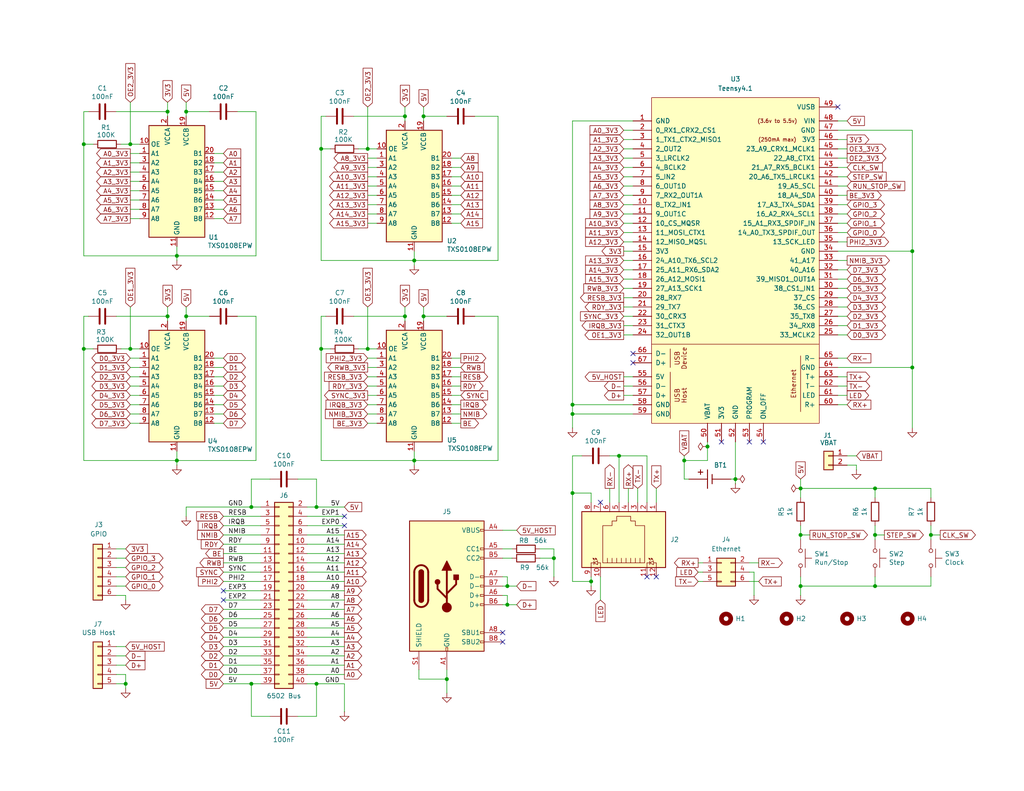
<source format=kicad_sch>
(kicad_sch (version 20231120) (generator "eeschema") (generator_version "8.0")
  (paper "USLetter")
  (title_block (title "6502 Dev Board") (date "2024-06-12") (rev "1.0") (company "A.C. Wright Design"))
  (junction (at 35.56 95.25))
  (junction (at 248.92 68.58))
  (junction (at 45.72 30.48))
  (junction (at 113.03 125.73))
  (junction (at 86.36 138.43))
  (junction (at 218.44 133.35))
  (junction (at 138.43 160.02))
  (junction (at 48.26 69.85))
  (junction (at 238.76 133.35))
  (junction (at 186.69 125.73))
  (junction (at 218.44 146.05))
  (junction (at 34.29 186.69))
  (junction (at 113.03 71.12))
  (junction (at 156.21 113.03))
  (junction (at 22.86 95.25))
  (junction (at 115.57 31.75))
  (junction (at 200.66 130.81))
  (junction (at 238.76 160.02))
  (junction (at 138.43 165.1))
  (junction (at 100.33 40.64))
  (junction (at 110.49 86.36))
  (junction (at 161.29 158.75))
  (junction (at 86.36 186.69))
  (junction (at 248.92 100.33))
  (junction (at 156.21 110.49))
  (junction (at 218.44 160.02))
  (junction (at 110.49 31.75))
  (junction (at 50.8 30.48))
  (junction (at 87.63 95.25))
  (junction (at 50.8 86.36))
  (junction (at 254 146.05))
  (junction (at 48.26 125.73))
  (junction (at 151.13 152.4))
  (junction (at 45.72 86.36))
  (junction (at 168.91 124.46))
  (junction (at 193.04 121.92))
  (junction (at 68.58 138.43))
  (junction (at 115.57 86.36))
  (junction (at 22.86 39.37))
  (junction (at 68.58 186.69))
  (junction (at 238.76 146.05))
  (junction (at 87.63 40.64))
  (junction (at 156.21 134.62))
  (junction (at 100.33 95.25))
  (junction (at 121.92 185.42))
  (junction (at 35.56 39.37))
  (no_connect (at 60.96 161.29))
  (no_connect (at 60.96 163.83))
  (no_connect (at 179.07 157.48))
  (no_connect (at 228.6 29.21))
  (no_connect (at 163.83 137.16))
  (no_connect (at 137.16 175.26))
  (no_connect (at 176.53 157.48))
  (no_connect (at 93.98 140.97))
  (no_connect (at 204.47 120.65))
  (no_connect (at 137.16 172.72))
  (no_connect (at 93.98 143.51))
  (no_connect (at 208.28 120.65))
  (no_connect (at 196.85 120.65))
  (no_connect (at 172.72 99.06))
  (no_connect (at 172.72 96.52))
  (wire (pts (xy 123.19 97.79) (xy 125.73 97.79)))
  (wire (pts (xy 58.42 57.15) (xy 60.96 57.15)))
  (wire (pts (xy 93.98 163.83) (xy 83.82 163.83)))
  (wire (pts (xy 176.53 137.16) (xy 176.53 124.46)))
  (wire (pts (xy 186.69 124.46) (xy 186.69 125.73)))
  (wire (pts (xy 69.85 86.36) (xy 69.85 125.73)))
  (wire (pts (xy 71.12 181.61) (xy 60.96 181.61)))
  (wire (pts (xy 93.98 173.99) (xy 83.82 173.99)))
  (wire (pts (xy 233.68 128.27) (xy 233.68 127)))
  (wire (pts (xy 35.56 95.25) (xy 38.1 95.25)))
  (wire (pts (xy 238.76 133.35) (xy 254 133.35)))
  (wire (pts (xy 87.63 86.36) (xy 87.63 95.25)))
  (wire (pts (xy 170.18 48.26) (xy 172.72 48.26)))
  (wire (pts (xy 228.6 81.28) (xy 231.14 81.28)))
  (wire (pts (xy 35.56 52.07) (xy 38.1 52.07)))
  (wire (pts (xy 93.98 179.07) (xy 83.82 179.07)))
  (wire (pts (xy 228.6 55.88) (xy 231.14 55.88)))
  (wire (pts (xy 31.75 157.48) (xy 34.29 157.48)))
  (wire (pts (xy 123.19 55.88) (xy 125.73 55.88)))
  (wire (pts (xy 35.56 49.53) (xy 38.1 49.53)))
  (wire (pts (xy 156.21 113.03) (xy 172.72 113.03)))
  (wire (pts (xy 34.29 162.56) (xy 34.29 163.83)))
  (wire (pts (xy 228.6 76.2) (xy 231.14 76.2)))
  (wire (pts (xy 22.86 95.25) (xy 25.4 95.25)))
  (wire (pts (xy 93.98 184.15) (xy 83.82 184.15)))
  (wire (pts (xy 137.16 149.86) (xy 139.7 149.86)))
  (wire (pts (xy 35.56 107.95) (xy 38.1 107.95)))
  (wire (pts (xy 88.9 86.36) (xy 87.63 86.36)))
  (wire (pts (xy 121.92 182.88) (xy 121.92 185.42)))
  (wire (pts (xy 100.33 58.42) (xy 102.87 58.42)))
  (wire (pts (xy 228.6 68.58) (xy 248.92 68.58)))
  (wire (pts (xy 113.03 125.73) (xy 113.03 123.19)))
  (wire (pts (xy 228.6 48.26) (xy 231.14 48.26)))
  (wire (pts (xy 170.18 68.58) (xy 172.72 68.58)))
  (wire (pts (xy 93.98 186.69) (xy 93.98 194.31)))
  (wire (pts (xy 100.33 40.64) (xy 102.87 40.64)))
  (wire (pts (xy 110.49 83.82) (xy 110.49 86.36)))
  (wire (pts (xy 58.42 100.33) (xy 60.96 100.33)))
  (wire (pts (xy 93.98 148.59) (xy 83.82 148.59)))
  (wire (pts (xy 58.42 107.95) (xy 60.96 107.95)))
  (wire (pts (xy 248.92 100.33) (xy 248.92 116.84)))
  (wire (pts (xy 58.42 52.07) (xy 60.96 52.07)))
  (wire (pts (xy 68.58 130.81) (xy 68.58 138.43)))
  (wire (pts (xy 31.75 86.36) (xy 45.72 86.36)))
  (wire (pts (xy 170.18 50.8) (xy 172.72 50.8)))
  (wire (pts (xy 138.43 162.56) (xy 138.43 165.1)))
  (wire (pts (xy 100.33 107.95) (xy 102.87 107.95)))
  (wire (pts (xy 123.19 50.8) (xy 125.73 50.8)))
  (wire (pts (xy 204.47 153.67) (xy 207.01 153.67)))
  (wire (pts (xy 193.04 120.65) (xy 193.04 121.92)))
  (wire (pts (xy 93.98 138.43) (xy 86.36 138.43)))
  (wire (pts (xy 170.18 58.42) (xy 172.72 58.42)))
  (wire (pts (xy 60.96 184.15) (xy 71.12 184.15)))
  (wire (pts (xy 50.8 27.94) (xy 50.8 30.48)))
  (wire (pts (xy 71.12 138.43) (xy 68.58 138.43)))
  (wire (pts (xy 58.42 49.53) (xy 60.96 49.53)))
  (wire (pts (xy 48.26 127) (xy 48.26 125.73)))
  (wire (pts (xy 45.72 30.48) (xy 45.72 31.75)))
  (wire (pts (xy 228.6 97.79) (xy 231.14 97.79)))
  (wire (pts (xy 121.92 86.36) (xy 115.57 86.36)))
  (wire (pts (xy 123.19 45.72) (xy 125.73 45.72)))
  (wire (pts (xy 114.3 182.88) (xy 114.3 185.42)))
  (wire (pts (xy 83.82 181.61) (xy 93.98 181.61)))
  (wire (pts (xy 193.04 125.73) (xy 186.69 125.73)))
  (wire (pts (xy 151.13 149.86) (xy 151.13 152.4)))
  (wire (pts (xy 73.66 130.81) (xy 68.58 130.81)))
  (wire (pts (xy 114.3 185.42) (xy 121.92 185.42)))
  (wire (pts (xy 50.8 86.36) (xy 57.15 86.36)))
  (wire (pts (xy 60.96 146.05) (xy 71.12 146.05)))
  (wire (pts (xy 190.5 158.75) (xy 191.77 158.75)))
  (wire (pts (xy 190.5 156.21) (xy 191.77 156.21)))
  (wire (pts (xy 71.12 171.45) (xy 60.96 171.45)))
  (wire (pts (xy 35.56 105.41) (xy 38.1 105.41)))
  (wire (pts (xy 228.6 63.5) (xy 231.14 63.5)))
  (wire (pts (xy 156.21 124.46) (xy 156.21 134.62)))
  (wire (pts (xy 87.63 71.12) (xy 113.03 71.12)))
  (wire (pts (xy 161.29 158.75) (xy 161.29 160.02)))
  (wire (pts (xy 69.85 30.48) (xy 69.85 69.85)))
  (wire (pts (xy 71.12 186.69) (xy 68.58 186.69)))
  (wire (pts (xy 135.89 86.36) (xy 135.89 125.73)))
  (wire (pts (xy 50.8 138.43) (xy 68.58 138.43)))
  (wire (pts (xy 83.82 156.21) (xy 93.98 156.21)))
  (wire (pts (xy 156.21 113.03) (xy 156.21 116.84)))
  (wire (pts (xy 97.79 40.64) (xy 100.33 40.64)))
  (wire (pts (xy 60.96 163.83) (xy 71.12 163.83)))
  (wire (pts (xy 129.54 86.36) (xy 135.89 86.36)))
  (wire (pts (xy 60.96 148.59) (xy 71.12 148.59)))
  (wire (pts (xy 170.18 91.44) (xy 172.72 91.44)))
  (wire (pts (xy 22.86 95.25) (xy 22.86 125.73)))
  (wire (pts (xy 228.6 83.82) (xy 231.14 83.82)))
  (wire (pts (xy 170.18 88.9) (xy 172.72 88.9)))
  (wire (pts (xy 31.75 30.48) (xy 45.72 30.48)))
  (wire (pts (xy 228.6 107.95) (xy 231.14 107.95)))
  (wire (pts (xy 48.26 125.73) (xy 48.26 123.19)))
  (wire (pts (xy 83.82 186.69) (xy 86.36 186.69)))
  (wire (pts (xy 100.33 55.88) (xy 102.87 55.88)))
  (wire (pts (xy 35.56 110.49) (xy 38.1 110.49)))
  (wire (pts (xy 45.72 83.82) (xy 45.72 86.36)))
  (wire (pts (xy 58.42 59.69) (xy 60.96 59.69)))
  (wire (pts (xy 100.33 29.21) (xy 100.33 40.64)))
  (wire (pts (xy 48.26 69.85) (xy 48.26 67.31)))
  (wire (pts (xy 100.33 48.26) (xy 102.87 48.26)))
  (wire (pts (xy 179.07 133.35) (xy 179.07 137.16)))
  (wire (pts (xy 228.6 50.8) (xy 231.14 50.8)))
  (wire (pts (xy 83.82 161.29) (xy 93.98 161.29)))
  (wire (pts (xy 228.6 43.18) (xy 231.14 43.18)))
  (wire (pts (xy 254 146.05) (xy 254 147.32)))
  (wire (pts (xy 218.44 146.05) (xy 218.44 147.32)))
  (wire (pts (xy 156.21 134.62) (xy 156.21 158.75)))
  (wire (pts (xy 86.36 186.69) (xy 93.98 186.69)))
  (wire (pts (xy 228.6 78.74) (xy 231.14 78.74)))
  (wire (pts (xy 35.56 27.94) (xy 35.56 39.37)))
  (wire (pts (xy 115.57 31.75) (xy 121.92 31.75)))
  (wire (pts (xy 87.63 40.64) (xy 87.63 71.12)))
  (wire (pts (xy 170.18 73.66) (xy 172.72 73.66)))
  (wire (pts (xy 228.6 58.42) (xy 231.14 58.42)))
  (wire (pts (xy 83.82 151.13) (xy 93.98 151.13)))
  (wire (pts (xy 170.18 63.5) (xy 172.72 63.5)))
  (wire (pts (xy 34.29 184.15) (xy 34.29 186.69)))
  (wire (pts (xy 71.12 176.53) (xy 60.96 176.53)))
  (wire (pts (xy 123.19 58.42) (xy 125.73 58.42)))
  (wire (pts (xy 231.14 124.46) (xy 233.68 124.46)))
  (wire (pts (xy 170.18 40.64) (xy 172.72 40.64)))
  (wire (pts (xy 254 146.05) (xy 256.54 146.05)))
  (wire (pts (xy 31.75 186.69) (xy 34.29 186.69)))
  (wire (pts (xy 218.44 130.81) (xy 218.44 133.35)))
  (wire (pts (xy 113.03 127) (xy 113.03 125.73)))
  (wire (pts (xy 248.92 68.58) (xy 248.92 100.33)))
  (wire (pts (xy 86.36 186.69) (xy 86.36 195.58)))
  (wire (pts (xy 135.89 71.12) (xy 113.03 71.12)))
  (wire (pts (xy 123.19 113.03) (xy 125.73 113.03)))
  (wire (pts (xy 218.44 160.02) (xy 238.76 160.02)))
  (wire (pts (xy 170.18 60.96) (xy 172.72 60.96)))
  (wire (pts (xy 31.75 162.56) (xy 34.29 162.56)))
  (wire (pts (xy 60.96 158.75) (xy 71.12 158.75)))
  (wire (pts (xy 22.86 39.37) (xy 22.86 69.85)))
  (wire (pts (xy 170.18 55.88) (xy 172.72 55.88)))
  (wire (pts (xy 228.6 100.33) (xy 248.92 100.33)))
  (wire (pts (xy 31.75 176.53) (xy 34.29 176.53)))
  (wire (pts (xy 163.83 157.48) (xy 163.83 163.83)))
  (wire (pts (xy 71.12 156.21) (xy 60.96 156.21)))
  (wire (pts (xy 58.42 110.49) (xy 60.96 110.49)))
  (wire (pts (xy 58.42 46.99) (xy 60.96 46.99)))
  (wire (pts (xy 218.44 157.48) (xy 218.44 160.02)))
  (wire (pts (xy 31.75 179.07) (xy 34.29 179.07)))
  (wire (pts (xy 22.86 30.48) (xy 22.86 39.37)))
  (wire (pts (xy 170.18 45.72) (xy 172.72 45.72)))
  (wire (pts (xy 86.36 138.43) (xy 83.82 138.43)))
  (wire (pts (xy 158.75 124.46) (xy 156.21 124.46)))
  (wire (pts (xy 100.33 100.33) (xy 102.87 100.33)))
  (wire (pts (xy 170.18 71.12) (xy 172.72 71.12)))
  (wire (pts (xy 113.03 72.39) (xy 113.03 71.12)))
  (wire (pts (xy 93.98 158.75) (xy 83.82 158.75)))
  (wire (pts (xy 228.6 110.49) (xy 231.14 110.49)))
  (wire (pts (xy 156.21 33.02) (xy 156.21 110.49)))
  (wire (pts (xy 69.85 125.73) (xy 48.26 125.73)))
  (wire (pts (xy 170.18 78.74) (xy 172.72 78.74)))
  (wire (pts (xy 238.76 143.51) (xy 238.76 146.05)))
  (wire (pts (xy 170.18 105.41) (xy 172.72 105.41)))
  (wire (pts (xy 218.44 133.35) (xy 238.76 133.35)))
  (wire (pts (xy 35.56 100.33) (xy 38.1 100.33)))
  (wire (pts (xy 22.86 86.36) (xy 22.86 95.25)))
  (wire (pts (xy 22.86 125.73) (xy 48.26 125.73)))
  (wire (pts (xy 83.82 171.45) (xy 93.98 171.45)))
  (wire (pts (xy 205.74 162.56) (xy 205.74 156.21)))
  (wire (pts (xy 100.33 97.79) (xy 102.87 97.79)))
  (wire (pts (xy 35.56 39.37) (xy 38.1 39.37)))
  (wire (pts (xy 137.16 160.02) (xy 138.43 160.02)))
  (wire (pts (xy 137.16 144.78) (xy 140.97 144.78)))
  (wire (pts (xy 168.91 124.46) (xy 168.91 137.16)))
  (wire (pts (xy 58.42 41.91) (xy 60.96 41.91)))
  (wire (pts (xy 170.18 76.2) (xy 172.72 76.2)))
  (wire (pts (xy 93.98 168.91) (xy 83.82 168.91)))
  (wire (pts (xy 83.82 140.97) (xy 93.98 140.97)))
  (wire (pts (xy 100.33 113.03) (xy 102.87 113.03)))
  (wire (pts (xy 200.66 120.65) (xy 200.66 130.81)))
  (wire (pts (xy 24.13 30.48) (xy 22.86 30.48)))
  (wire (pts (xy 87.63 31.75) (xy 88.9 31.75)))
  (wire (pts (xy 50.8 30.48) (xy 57.15 30.48)))
  (wire (pts (xy 50.8 30.48) (xy 50.8 31.75)))
  (wire (pts (xy 45.72 27.94) (xy 45.72 30.48)))
  (wire (pts (xy 218.44 160.02) (xy 218.44 162.56)))
  (wire (pts (xy 69.85 69.85) (xy 48.26 69.85)))
  (wire (pts (xy 35.56 115.57) (xy 38.1 115.57)))
  (wire (pts (xy 58.42 97.79) (xy 60.96 97.79)))
  (wire (pts (xy 166.37 133.35) (xy 166.37 137.16)))
  (wire (pts (xy 200.66 132.08) (xy 200.66 130.81)))
  (wire (pts (xy 205.74 156.21) (xy 204.47 156.21)))
  (wire (pts (xy 87.63 125.73) (xy 113.03 125.73)))
  (wire (pts (xy 60.96 168.91) (xy 71.12 168.91)))
  (wire (pts (xy 83.82 166.37) (xy 93.98 166.37)))
  (wire (pts (xy 172.72 33.02) (xy 156.21 33.02)))
  (wire (pts (xy 137.16 165.1) (xy 138.43 165.1)))
  (wire (pts (xy 147.32 152.4) (xy 151.13 152.4)))
  (wire (pts (xy 31.75 154.94) (xy 34.29 154.94)))
  (wire (pts (xy 228.6 91.44) (xy 231.14 91.44)))
  (wire (pts (xy 110.49 86.36) (xy 110.49 87.63)))
  (wire (pts (xy 110.49 31.75) (xy 110.49 33.02)))
  (wire (pts (xy 81.28 130.81) (xy 86.36 130.81)))
  (wire (pts (xy 254 160.02) (xy 254 157.48)))
  (wire (pts (xy 93.98 153.67) (xy 83.82 153.67)))
  (wire (pts (xy 100.33 95.25) (xy 102.87 95.25)))
  (wire (pts (xy 137.16 152.4) (xy 139.7 152.4)))
  (wire (pts (xy 100.33 53.34) (xy 102.87 53.34)))
  (wire (pts (xy 123.19 53.34) (xy 125.73 53.34)))
  (wire (pts (xy 238.76 157.48) (xy 238.76 160.02)))
  (wire (pts (xy 35.56 102.87) (xy 38.1 102.87)))
  (wire (pts (xy 228.6 71.12) (xy 231.14 71.12)))
  (wire (pts (xy 176.53 124.46) (xy 168.91 124.46)))
  (wire (pts (xy 115.57 29.21) (xy 115.57 31.75)))
  (wire (pts (xy 156.21 158.75) (xy 161.29 158.75)))
  (wire (pts (xy 35.56 44.45) (xy 38.1 44.45)))
  (wire (pts (xy 161.29 157.48) (xy 161.29 158.75)))
  (wire (pts (xy 238.76 160.02) (xy 254 160.02)))
  (wire (pts (xy 31.75 152.4) (xy 34.29 152.4)))
  (wire (pts (xy 218.44 133.35) (xy 218.44 135.89)))
  (wire (pts (xy 31.75 160.02) (xy 34.29 160.02)))
  (wire (pts (xy 137.16 162.56) (xy 138.43 162.56)))
  (wire (pts (xy 123.19 102.87) (xy 125.73 102.87)))
  (wire (pts (xy 68.58 186.69) (xy 68.58 195.58)))
  (wire (pts (xy 71.12 151.13) (xy 60.96 151.13)))
  (wire (pts (xy 228.6 40.64) (xy 231.14 40.64)))
  (wire (pts (xy 97.79 95.25) (xy 100.33 95.25)))
  (wire (pts (xy 50.8 83.82) (xy 50.8 86.36)))
  (wire (pts (xy 228.6 73.66) (xy 231.14 73.66)))
  (wire (pts (xy 35.56 113.03) (xy 38.1 113.03)))
  (wire (pts (xy 228.6 35.56) (xy 248.92 35.56)))
  (wire (pts (xy 228.6 60.96) (xy 231.14 60.96)))
  (wire (pts (xy 170.18 107.95) (xy 172.72 107.95)))
  (wire (pts (xy 173.99 133.35) (xy 173.99 137.16)))
  (wire (pts (xy 228.6 86.36) (xy 231.14 86.36)))
  (wire (pts (xy 100.33 50.8) (xy 102.87 50.8)))
  (wire (pts (xy 35.56 54.61) (xy 38.1 54.61)))
  (wire (pts (xy 96.52 86.36) (xy 110.49 86.36)))
  (wire (pts (xy 186.69 130.81) (xy 187.96 130.81)))
  (wire (pts (xy 170.18 86.36) (xy 172.72 86.36)))
  (wire (pts (xy 170.18 43.18) (xy 172.72 43.18)))
  (wire (pts (xy 138.43 160.02) (xy 140.97 160.02)))
  (wire (pts (xy 22.86 69.85) (xy 48.26 69.85)))
  (wire (pts (xy 35.56 41.91) (xy 38.1 41.91)))
  (wire (pts (xy 170.18 53.34) (xy 172.72 53.34)))
  (wire (pts (xy 33.02 39.37) (xy 35.56 39.37)))
  (wire (pts (xy 58.42 105.41) (xy 60.96 105.41)))
  (wire (pts (xy 123.19 43.18) (xy 125.73 43.18)))
  (wire (pts (xy 31.75 181.61) (xy 34.29 181.61)))
  (wire (pts (xy 60.96 140.97) (xy 71.12 140.97)))
  (wire (pts (xy 58.42 44.45) (xy 60.96 44.45)))
  (wire (pts (xy 33.02 95.25) (xy 35.56 95.25)))
  (wire (pts (xy 83.82 146.05) (xy 93.98 146.05)))
  (wire (pts (xy 100.33 60.96) (xy 102.87 60.96)))
  (wire (pts (xy 60.96 153.67) (xy 71.12 153.67)))
  (wire (pts (xy 60.96 186.69) (xy 68.58 186.69)))
  (wire (pts (xy 83.82 176.53) (xy 93.98 176.53)))
  (wire (pts (xy 138.43 165.1) (xy 140.97 165.1)))
  (wire (pts (xy 58.42 102.87) (xy 60.96 102.87)))
  (wire (pts (xy 93.98 143.51) (xy 83.82 143.51)))
  (wire (pts (xy 71.12 166.37) (xy 60.96 166.37)))
  (wire (pts (xy 156.21 110.49) (xy 172.72 110.49)))
  (wire (pts (xy 135.89 31.75) (xy 135.89 71.12)))
  (wire (pts (xy 228.6 66.04) (xy 231.14 66.04)))
  (wire (pts (xy 170.18 102.87) (xy 172.72 102.87)))
  (wire (pts (xy 161.29 134.62) (xy 156.21 134.62)))
  (wire (pts (xy 238.76 146.05) (xy 238.76 147.32)))
  (wire (pts (xy 123.19 107.95) (xy 125.73 107.95)))
  (wire (pts (xy 100.33 102.87) (xy 102.87 102.87)))
  (wire (pts (xy 161.29 137.16) (xy 161.29 134.62)))
  (wire (pts (xy 35.56 46.99) (xy 38.1 46.99)))
  (wire (pts (xy 231.14 127) (xy 233.68 127)))
  (wire (pts (xy 115.57 31.75) (xy 115.57 33.02)))
  (wire (pts (xy 60.96 143.51) (xy 71.12 143.51)))
  (wire (pts (xy 123.19 105.41) (xy 125.73 105.41)))
  (wire (pts (xy 35.56 57.15) (xy 38.1 57.15)))
  (wire (pts (xy 68.58 195.58) (xy 73.66 195.58)))
  (wire (pts (xy 100.33 43.18) (xy 102.87 43.18)))
  (wire (pts (xy 254 143.51) (xy 254 146.05)))
  (wire (pts (xy 31.75 184.15) (xy 34.29 184.15)))
  (wire (pts (xy 115.57 86.36) (xy 115.57 87.63)))
  (wire (pts (xy 170.18 81.28) (xy 172.72 81.28)))
  (wire (pts (xy 60.96 179.07) (xy 71.12 179.07)))
  (wire (pts (xy 71.12 161.29) (xy 60.96 161.29)))
  (wire (pts (xy 87.63 95.25) (xy 90.17 95.25)))
  (wire (pts (xy 100.33 110.49) (xy 102.87 110.49)))
  (wire (pts (xy 238.76 133.35) (xy 238.76 135.89)))
  (wire (pts (xy 100.33 105.41) (xy 102.87 105.41)))
  (wire (pts (xy 135.89 125.73) (xy 113.03 125.73)))
  (wire (pts (xy 170.18 83.82) (xy 172.72 83.82)))
  (wire (pts (xy 45.72 86.36) (xy 45.72 87.63)))
  (wire (pts (xy 110.49 29.21) (xy 110.49 31.75)))
  (wire (pts (xy 100.33 83.82) (xy 100.33 95.25)))
  (wire (pts (xy 193.04 121.92) (xy 193.04 125.73)))
  (wire (pts (xy 87.63 31.75) (xy 87.63 40.64)))
  (wire (pts (xy 123.19 100.33) (xy 125.73 100.33)))
  (wire (pts (xy 35.56 83.82) (xy 35.56 95.25)))
  (wire (pts (xy 50.8 140.97) (xy 50.8 138.43)))
  (wire (pts (xy 86.36 195.58) (xy 81.28 195.58)))
  (wire (pts (xy 190.5 153.67) (xy 191.77 153.67)))
  (wire (pts (xy 218.44 146.05) (xy 220.98 146.05)))
  (wire (pts (xy 121.92 185.42) (xy 121.92 189.23)))
  (wire (pts (xy 228.6 33.02) (xy 231.14 33.02)))
  (wire (pts (xy 87.63 95.25) (xy 87.63 125.73)))
  (wire (pts (xy 166.37 124.46) (xy 168.91 124.46)))
  (wire (pts (xy 123.19 115.57) (xy 125.73 115.57)))
  (wire (pts (xy 129.54 31.75) (xy 135.89 31.75)))
  (wire (pts (xy 147.32 149.86) (xy 151.13 149.86)))
  (wire (pts (xy 228.6 53.34) (xy 231.14 53.34)))
  (wire (pts (xy 238.76 146.05) (xy 241.3 146.05)))
  (wire (pts (xy 48.26 71.12) (xy 48.26 69.85)))
  (wire (pts (xy 199.39 130.81) (xy 200.66 130.81)))
  (wire (pts (xy 171.45 133.35) (xy 171.45 137.16)))
  (wire (pts (xy 58.42 113.03) (xy 60.96 113.03)))
  (wire (pts (xy 34.29 186.69) (xy 34.29 187.96)))
  (wire (pts (xy 228.6 88.9) (xy 231.14 88.9)))
  (wire (pts (xy 115.57 83.82) (xy 115.57 86.36)))
  (wire (pts (xy 186.69 125.73) (xy 186.69 130.81)))
  (wire (pts (xy 100.33 45.72) (xy 102.87 45.72)))
  (wire (pts (xy 138.43 157.48) (xy 138.43 160.02)))
  (wire (pts (xy 204.47 158.75) (xy 207.01 158.75)))
  (wire (pts (xy 123.19 110.49) (xy 125.73 110.49)))
  (wire (pts (xy 87.63 40.64) (xy 90.17 40.64)))
  (wire (pts (xy 113.03 71.12) (xy 113.03 68.58)))
  (wire (pts (xy 100.33 115.57) (xy 102.87 115.57)))
  (wire (pts (xy 60.96 173.99) (xy 71.12 173.99)))
  (wire (pts (xy 123.19 60.96) (xy 125.73 60.96)))
  (wire (pts (xy 254 133.35) (xy 254 135.89)))
  (wire (pts (xy 58.42 115.57) (xy 60.96 115.57)))
  (wire (pts (xy 228.6 102.87) (xy 231.14 102.87)))
  (wire (pts (xy 50.8 86.36) (xy 50.8 87.63)))
  (wire (pts (xy 151.13 152.4) (xy 151.13 157.48)))
  (wire (pts (xy 35.56 59.69) (xy 38.1 59.69)))
  (wire (pts (xy 22.86 39.37) (xy 25.4 39.37)))
  (wire (pts (xy 96.52 31.75) (xy 110.49 31.75)))
  (wire (pts (xy 64.77 86.36) (xy 69.85 86.36)))
  (wire (pts (xy 35.56 97.79) (xy 38.1 97.79)))
  (wire (pts (xy 64.77 30.48) (xy 69.85 30.48)))
  (wire (pts (xy 170.18 38.1) (xy 172.72 38.1)))
  (wire (pts (xy 170.18 66.04) (xy 172.72 66.04)))
  (wire (pts (xy 86.36 130.81) (xy 86.36 138.43)))
  (wire (pts (xy 228.6 105.41) (xy 231.14 105.41)))
  (wire (pts (xy 123.19 48.26) (xy 125.73 48.26)))
  (wire (pts (xy 228.6 38.1) (xy 231.14 38.1)))
  (wire (pts (xy 24.13 86.36) (xy 22.86 86.36)))
  (wire (pts (xy 31.75 149.86) (xy 34.29 149.86)))
  (wire (pts (xy 137.16 157.48) (xy 138.43 157.48)))
  (wire (pts (xy 156.21 110.49) (xy 156.21 113.03)))
  (wire (pts (xy 58.42 54.61) (xy 60.96 54.61)))
  (wire (pts (xy 170.18 35.56) (xy 172.72 35.56)))
  (wire (pts (xy 218.44 143.51) (xy 218.44 146.05)))
  (wire (pts (xy 248.92 35.56) (xy 248.92 68.58)))
  (wire (pts (xy 228.6 45.72) (xy 231.14 45.72)))
  (label "D2" (at 62.23 179.07 0))
  (label "D6" (at 62.23 168.91 0))
  (label "EXP2" (at 62.23 163.83 0))
  (label "A0" (at 92.71 184.15 180))
  (label "NMIB" (at 62.23 146.05 0))
  (label "5V" (at 62.23 186.69 0))
  (label "A7" (at 92.71 166.37 180))
  (label "D1" (at 62.23 181.61 0))
  (label "D4" (at 62.23 173.99 0))
  (label "IRQB" (at 62.23 143.51 0))
  (label "A10" (at 92.71 158.75 180))
  (label "A8" (at 92.71 163.83 180))
  (label "A15" (at 92.71 146.05 180))
  (label "A13" (at 92.71 151.13 180))
  (label "RDY" (at 62.23 148.59 0))
  (label "D5" (at 62.23 171.45 0))
  (label "A2" (at 92.71 179.07 180))
  (label "5V" (at 92.71 138.43 180))
  (label "A12" (at 92.71 153.67 180))
  (label "A14" (at 92.71 148.59 180))
  (label "A3" (at 92.71 176.53 180))
  (label "GND" (at 62.23 138.43 0))
  (label "A1" (at 92.71 181.61 180))
  (label "A4" (at 92.71 173.99 180))
  (label "PHI2" (at 62.23 158.75 0))
  (label "RWB" (at 62.23 153.67 0))
  (label "D7" (at 62.23 166.37 0))
  (label "D0" (at 62.23 184.15 0))
  (label "D3" (at 62.23 176.53 0))
  (label "EXP1" (at 92.71 140.97 180))
  (label "EXP0" (at 92.71 143.51 180))
  (label "EXP3" (at 62.23 161.29 0))
  (label "GND" (at 92.71 186.69 180))
  (label "SYNC" (at 62.23 156.21 0))
  (label "A5" (at 92.71 171.45 180))
  (label "BE" (at 62.23 151.13 0))
  (label "A9" (at 92.71 161.29 180))
  (label "A6" (at 92.71 168.91 180))
  (label "A11" (at 92.71 156.21 180))
  (label "RESB" (at 62.23 140.97 0))
  (global_label "A11" (shape output) (at 93.98 156.21 0) (property "Intersheetrefs" "${INTERSHEET_REFS}" (effects (hide yes))))
  (global_label "RESB_3V3" (shape output) (at 170.18 81.28 180) (property "Intersheetrefs" "${INTERSHEET_REFS}" (effects (hide yes))))
  (global_label "D+" (shape output) (at 170.18 107.95 180) (property "Intersheetrefs" "${INTERSHEET_REFS}" (effects (hide yes))))
  (global_label "TX-" (shape input) (at 190.5 158.75 180) (property "Intersheetrefs" "${INTERSHEET_REFS}" (effects (hide yes))))
  (global_label "CLK_SW" (shape input) (at 231.14 45.72 0) (property "Intersheetrefs" "${INTERSHEET_REFS}" (effects (hide yes))))
  (global_label "IRQB" (shape output) (at 125.73 110.49 0) (property "Intersheetrefs" "${INTERSHEET_REFS}" (effects (hide yes))))
  (global_label "D2_3V3" (shape bidirectional) (at 231.14 86.36 0) (property "Intersheetrefs" "${INTERSHEET_REFS}" (effects (hide yes))))
  (global_label "A6_3V3" (shape output) (at 35.56 57.15 180) (property "Intersheetrefs" "${INTERSHEET_REFS}" (effects (hide yes))))
  (global_label "A14_3V3" (shape input) (at 170.18 73.66 180) (property "Intersheetrefs" "${INTERSHEET_REFS}" (effects (hide yes))))
  (global_label "A3" (shape input) (at 60.96 49.53 0) (property "Intersheetrefs" "${INTERSHEET_REFS}" (effects (hide yes))))
  (global_label "D2_3V3" (shape bidirectional) (at 35.56 102.87 180) (property "Intersheetrefs" "${INTERSHEET_REFS}" (effects (hide yes))))
  (global_label "NMIB" (shape output) (at 125.73 113.03 0) (property "Intersheetrefs" "${INTERSHEET_REFS}" (effects (hide yes))))
  (global_label "5V" (shape input) (at 60.96 186.69 180) (property "Intersheetrefs" "${INTERSHEET_REFS}" (effects (hide yes))))
  (global_label "GPIO_3" (shape bidirectional) (at 34.29 152.4 0) (property "Intersheetrefs" "${INTERSHEET_REFS}" (effects (hide yes))))
  (global_label "D1_3V3" (shape bidirectional) (at 35.56 100.33 180) (property "Intersheetrefs" "${INTERSHEET_REFS}" (effects (hide yes))))
  (global_label "BE" (shape output) (at 60.96 151.13 180) (property "Intersheetrefs" "${INTERSHEET_REFS}" (effects (hide yes))))
  (global_label "A12_3V3" (shape input) (at 170.18 66.04 180) (property "Intersheetrefs" "${INTERSHEET_REFS}" (effects (hide yes))))
  (global_label "D1_3V3" (shape bidirectional) (at 231.14 88.9 0) (property "Intersheetrefs" "${INTERSHEET_REFS}" (effects (hide yes))))
  (global_label "D6_3V3" (shape bidirectional) (at 35.56 113.03 180) (property "Intersheetrefs" "${INTERSHEET_REFS}" (effects (hide yes))))
  (global_label "A14_3V3" (shape output) (at 100.33 58.42 180) (property "Intersheetrefs" "${INTERSHEET_REFS}" (effects (hide yes))))
  (global_label "RX+" (shape output) (at 171.45 133.35 90) (property "Intersheetrefs" "${INTERSHEET_REFS}" (effects (hide yes))))
  (global_label "A4_3V3" (shape output) (at 35.56 52.07 180) (property "Intersheetrefs" "${INTERSHEET_REFS}" (effects (hide yes))))
  (global_label "TX+" (shape input) (at 179.07 133.35 90) (property "Intersheetrefs" "${INTERSHEET_REFS}" (effects (hide yes))))
  (global_label "A11" (shape input) (at 125.73 50.8 0) (property "Intersheetrefs" "${INTERSHEET_REFS}" (effects (hide yes))))
  (global_label "A15_3V3" (shape input) (at 170.18 76.2 180) (property "Intersheetrefs" "${INTERSHEET_REFS}" (effects (hide yes))))
  (global_label "A6_3V3" (shape input) (at 170.18 50.8 180) (property "Intersheetrefs" "${INTERSHEET_REFS}" (effects (hide yes))))
  (global_label "D-" (shape input) (at 34.29 179.07 0) (property "Intersheetrefs" "${INTERSHEET_REFS}" (effects (hide yes))))
  (global_label "D6_3V3" (shape bidirectional) (at 231.14 76.2 0) (property "Intersheetrefs" "${INTERSHEET_REFS}" (effects (hide yes))))
  (global_label "D5_3V3" (shape bidirectional) (at 35.56 110.49 180) (property "Intersheetrefs" "${INTERSHEET_REFS}" (effects (hide yes))))
  (global_label "A8" (shape output) (at 93.98 163.83 0) (property "Intersheetrefs" "${INTERSHEET_REFS}" (effects (hide yes))))
  (global_label "A2_3V3" (shape input) (at 170.18 40.64 180) (property "Intersheetrefs" "${INTERSHEET_REFS}" (effects (hide yes))))
  (global_label "SYNC" (shape input) (at 125.73 107.95 0) (property "Intersheetrefs" "${INTERSHEET_REFS}" (effects (hide yes))))
  (global_label "A9" (shape input) (at 125.73 45.72 0) (property "Intersheetrefs" "${INTERSHEET_REFS}" (effects (hide yes))))
  (global_label "GPIO_2" (shape bidirectional) (at 231.14 58.42 0) (property "Intersheetrefs" "${INTERSHEET_REFS}" (effects (hide yes))))
  (global_label "D3_3V3" (shape bidirectional) (at 35.56 105.41 180) (property "Intersheetrefs" "${INTERSHEET_REFS}" (effects (hide yes))))
  (global_label "SYNC" (shape input) (at 60.96 156.21 180) (property "Intersheetrefs" "${INTERSHEET_REFS}" (effects (hide yes))))
  (global_label "D4_3V3" (shape bidirectional) (at 35.56 107.95 180) (property "Intersheetrefs" "${INTERSHEET_REFS}" (effects (hide yes))))
  (global_label "A4" (shape input) (at 60.96 52.07 0) (property "Intersheetrefs" "${INTERSHEET_REFS}" (effects (hide yes))))
  (global_label "TX-" (shape output) (at 231.14 105.41 0) (property "Intersheetrefs" "${INTERSHEET_REFS}" (effects (hide yes))))
  (global_label "D0_3V3" (shape bidirectional) (at 231.14 91.44 0) (property "Intersheetrefs" "${INTERSHEET_REFS}" (effects (hide yes))))
  (global_label "D-" (shape input) (at 140.97 160.02 0) (property "Intersheetrefs" "${INTERSHEET_REFS}" (effects (hide yes))))
  (global_label "D1" (shape bidirectional) (at 60.96 181.61 180) (property "Intersheetrefs" "${INTERSHEET_REFS}" (effects (hide yes))))
  (global_label "NMIB" (shape input) (at 60.96 146.05 180) (property "Intersheetrefs" "${INTERSHEET_REFS}" (effects (hide yes))))
  (global_label "D3" (shape bidirectional) (at 60.96 105.41 0) (property "Intersheetrefs" "${INTERSHEET_REFS}" (effects (hide yes))))
  (global_label "LED" (shape input) (at 190.5 156.21 180) (property "Intersheetrefs" "${INTERSHEET_REFS}" (effects (hide yes))))
  (global_label "A3_3V3" (shape input) (at 170.18 43.18 180) (property "Intersheetrefs" "${INTERSHEET_REFS}" (effects (hide yes))))
  (global_label "3V3" (shape input) (at 34.29 149.86 0) (property "Intersheetrefs" "${INTERSHEET_REFS}" (effects (hide yes))))
  (global_label "PHI2" (shape output) (at 125.73 97.79 0) (property "Intersheetrefs" "${INTERSHEET_REFS}" (effects (hide yes))))
  (global_label "RX-" (shape output) (at 166.37 133.35 90) (property "Intersheetrefs" "${INTERSHEET_REFS}" (effects (hide yes))))
  (global_label "RWB_3V3" (shape input) (at 170.18 78.74 180) (property "Intersheetrefs" "${INTERSHEET_REFS}" (effects (hide yes))))
  (global_label "A2" (shape input) (at 60.96 46.99 0) (property "Intersheetrefs" "${INTERSHEET_REFS}" (effects (hide yes))))
  (global_label "D7" (shape bidirectional) (at 60.96 115.57 0) (property "Intersheetrefs" "${INTERSHEET_REFS}" (effects (hide yes))))
  (global_label "A12" (shape input) (at 125.73 53.34 0) (property "Intersheetrefs" "${INTERSHEET_REFS}" (effects (hide yes))))
  (global_label "5V" (shape input) (at 231.14 33.02 0) (property "Intersheetrefs" "${INTERSHEET_REFS}" (effects (hide yes))))
  (global_label "IRQB_3V3" (shape output) (at 170.18 88.9 180) (property "Intersheetrefs" "${INTERSHEET_REFS}" (effects (hide yes))))
  (global_label "D+" (shape input) (at 34.29 181.61 0) (property "Intersheetrefs" "${INTERSHEET_REFS}" (effects (hide yes))))
  (global_label "RX+" (shape output) (at 190.5 153.67 180) (property "Intersheetrefs" "${INTERSHEET_REFS}" (effects (hide yes))))
  (global_label "A8_3V3" (shape output) (at 100.33 43.18 180) (property "Intersheetrefs" "${INTERSHEET_REFS}" (effects (hide yes))))
  (global_label "GPIO_0" (shape bidirectional) (at 34.29 160.02 0) (property "Intersheetrefs" "${INTERSHEET_REFS}" (effects (hide yes))))
  (global_label "RWB" (shape output) (at 60.96 153.67 180) (property "Intersheetrefs" "${INTERSHEET_REFS}" (effects (hide yes))))
  (global_label "A6" (shape input) (at 60.96 57.15 0) (property "Intersheetrefs" "${INTERSHEET_REFS}" (effects (hide yes))))
  (global_label "PHI2_3V3" (shape input) (at 100.33 97.79 180) (property "Intersheetrefs" "${INTERSHEET_REFS}" (effects (hide yes))))
  (global_label "RDY" (shape input) (at 60.96 148.59 180) (property "Intersheetrefs" "${INTERSHEET_REFS}" (effects (hide yes))))
  (global_label "CLK_SW" (shape output) (at 256.54 146.05 0) (property "Intersheetrefs" "${INTERSHEET_REFS}" (effects (hide yes))))
  (global_label "A15" (shape output) (at 93.98 146.05 0) (property "Intersheetrefs" "${INTERSHEET_REFS}" (effects (hide yes))))
  (global_label "TX-" (shape input) (at 173.99 133.35 90) (property "Intersheetrefs" "${INTERSHEET_REFS}" (effects (hide yes))))
  (global_label "PHI2" (shape input) (at 60.96 158.75 180) (property "Intersheetrefs" "${INTERSHEET_REFS}" (effects (hide yes))))
  (global_label "A10" (shape input) (at 125.73 48.26 0) (property "Intersheetrefs" "${INTERSHEET_REFS}" (effects (hide yes))))
  (global_label "STEP_SW" (shape output) (at 241.3 146.05 0) (property "Intersheetrefs" "${INTERSHEET_REFS}" (effects (hide yes))))
  (global_label "A9_3V3" (shape input) (at 170.18 58.42 180) (property "Intersheetrefs" "${INTERSHEET_REFS}" (effects (hide yes))))
  (global_label "RUN_STOP_SW" (shape output) (at 220.98 146.05 0) (property "Intersheetrefs" "${INTERSHEET_REFS}" (effects (hide yes))))
  (global_label "RDY_3V3" (shape input) (at 100.33 105.41 180) (property "Intersheetrefs" "${INTERSHEET_REFS}" (effects (hide yes))))
  (global_label "NMIB_3V3" (shape output) (at 231.14 71.12 0) (property "Intersheetrefs" "${INTERSHEET_REFS}" (effects (hide yes))))
  (global_label "5V" (shape input) (at 115.57 83.82 90) (property "Intersheetrefs" "${INTERSHEET_REFS}" (effects (hide yes))))
  (global_label "OE3_3V3" (shape output) (at 231.14 40.64 0) (property "Intersheetrefs" "${INTERSHEET_REFS}" (effects (hide yes))))
  (global_label "A5" (shape output) (at 93.98 171.45 0) (property "Intersheetrefs" "${INTERSHEET_REFS}" (effects (hide yes))))
  (global_label "A7_3V3" (shape output) (at 35.56 59.69 180) (property "Intersheetrefs" "${INTERSHEET_REFS}" (effects (hide yes))))
  (global_label "TX+" (shape output) (at 231.14 102.87 0) (property "Intersheetrefs" "${INTERSHEET_REFS}" (effects (hide yes))))
  (global_label "LED" (shape input) (at 163.83 163.83 270) (property "Intersheetrefs" "${INTERSHEET_REFS}" (effects (hide yes))))
  (global_label "A7" (shape input) (at 60.96 59.69 0) (property "Intersheetrefs" "${INTERSHEET_REFS}" (effects (hide yes))))
  (global_label "A15_3V3" (shape output) (at 100.33 60.96 180) (property "Intersheetrefs" "${INTERSHEET_REFS}" (effects (hide yes))))
  (global_label "GPIO_1" (shape bidirectional) (at 231.14 60.96 0) (property "Intersheetrefs" "${INTERSHEET_REFS}" (effects (hide yes))))
  (global_label "D-" (shape output) (at 170.18 105.41 180) (property "Intersheetrefs" "${INTERSHEET_REFS}" (effects (hide yes))))
  (global_label "STEP_SW" (shape input) (at 231.14 48.26 0) (property "Intersheetrefs" "${INTERSHEET_REFS}" (effects (hide yes))))
  (global_label "RESB" (shape input) (at 60.96 140.97 180) (property "Intersheetrefs" "${INTERSHEET_REFS}" (effects (hide yes))))
  (global_label "OE2_3V3" (shape output) (at 231.14 43.18 0) (property "Intersheetrefs" "${INTERSHEET_REFS}" (effects (hide yes))))
  (global_label "NMIB_3V3" (shape input) (at 100.33 113.03 180) (property "Intersheetrefs" "${INTERSHEET_REFS}" (effects (hide yes))))
  (global_label "D3_3V3" (shape bidirectional) (at 231.14 83.82 0) (property "Intersheetrefs" "${INTERSHEET_REFS}" (effects (hide yes))))
  (global_label "D1" (shape bidirectional) (at 60.96 100.33 0) (property "Intersheetrefs" "${INTERSHEET_REFS}" (effects (hide yes))))
  (global_label "A1_3V3" (shape input) (at 170.18 38.1 180) (property "Intersheetrefs" "${INTERSHEET_REFS}" (effects (hide yes))))
  (global_label "D5" (shape bidirectional) (at 60.96 171.45 180) (property "Intersheetrefs" "${INTERSHEET_REFS}" (effects (hide yes))))
  (global_label "RESB_3V3" (shape input) (at 100.33 102.87 180) (property "Intersheetrefs" "${INTERSHEET_REFS}" (effects (hide yes))))
  (global_label "D5" (shape bidirectional) (at 60.96 110.49 0) (property "Intersheetrefs" "${INTERSHEET_REFS}" (effects (hide yes))))
  (global_label "GPIO_3" (shape bidirectional) (at 231.14 55.88 0) (property "Intersheetrefs" "${INTERSHEET_REFS}" (effects (hide yes))))
  (global_label "RESB" (shape output) (at 125.73 102.87 0) (property "Intersheetrefs" "${INTERSHEET_REFS}" (effects (hide yes))))
  (global_label "A0" (shape output) (at 93.98 184.15 0) (property "Intersheetrefs" "${INTERSHEET_REFS}" (effects (hide yes))))
  (global_label "3V3" (shape input) (at 45.72 27.94 90) (property "Intersheetrefs" "${INTERSHEET_REFS}" (effects (hide yes))))
  (global_label "A8" (shape input) (at 125.73 43.18 0) (property "Intersheetrefs" "${INTERSHEET_REFS}" (effects (hide yes))))
  (global_label "A13_3V3" (shape input) (at 170.18 71.12 180) (property "Intersheetrefs" "${INTERSHEET_REFS}" (effects (hide yes))))
  (global_label "5V_HOST" (shape input) (at 140.97 144.78 0) (property "Intersheetrefs" "${INTERSHEET_REFS}" (effects (hide yes))))
  (global_label "D4" (shape bidirectional) (at 60.96 107.95 0) (property "Intersheetrefs" "${INTERSHEET_REFS}" (effects (hide yes))))
  (global_label "A14" (shape output) (at 93.98 148.59 0) (property "Intersheetrefs" "${INTERSHEET_REFS}" (effects (hide yes))))
  (global_label "A6" (shape output) (at 93.98 168.91 0) (property "Intersheetrefs" "${INTERSHEET_REFS}" (effects (hide yes))))
  (global_label "A5_3V3" (shape output) (at 35.56 54.61 180) (property "Intersheetrefs" "${INTERSHEET_REFS}" (effects (hide yes))))
  (global_label "D2" (shape bidirectional) (at 60.96 179.07 180) (property "Intersheetrefs" "${INTERSHEET_REFS}" (effects (hide yes))))
  (global_label "RDY" (shape output) (at 125.73 105.41 0) (property "Intersheetrefs" "${INTERSHEET_REFS}" (effects (hide yes))))
  (global_label "RWB_3V3" (shape output) (at 100.33 100.33 180) (property "Intersheetrefs" "${INTERSHEET_REFS}" (effects (hide yes))))
  (global_label "OE1_3V3" (shape input) (at 35.56 83.82 90) (property "Intersheetrefs" "${INTERSHEET_REFS}" (effects (hide yes))))
  (global_label "D5_3V3" (shape bidirectional) (at 231.14 78.74 0) (property "Intersheetrefs" "${INTERSHEET_REFS}" (effects (hide yes))))
  (global_label "BE_3V3" (shape output) (at 231.14 53.34 0) (property "Intersheetrefs" "${INTERSHEET_REFS}" (effects (hide yes))))
  (global_label "D2" (shape bidirectional) (at 60.96 102.87 0) (property "Intersheetrefs" "${INTERSHEET_REFS}" (effects (hide yes))))
  (global_label "A0_3V3" (shape output) (at 35.56 41.91 180) (property "Intersheetrefs" "${INTERSHEET_REFS}" (effects (hide yes))))
  (global_label "5V_HOST" (shape input) (at 34.29 176.53 0) (property "Intersheetrefs" "${INTERSHEET_REFS}" (effects (hide yes))))
  (global_label "A10_3V3" (shape input) (at 170.18 60.96 180) (property "Intersheetrefs" "${INTERSHEET_REFS}" (effects (hide yes))))
  (global_label "D4" (shape bidirectional) (at 60.96 173.99 180) (property "Intersheetrefs" "${INTERSHEET_REFS}" (effects (hide yes))))
  (global_label "5V" (shape input) (at 50.8 83.82 90) (property "Intersheetrefs" "${INTERSHEET_REFS}" (effects (hide yes))))
  (global_label "BE_3V3" (shape input) (at 100.33 115.57 180) (property "Intersheetrefs" "${INTERSHEET_REFS}" (effects (hide yes))))
  (global_label "A14" (shape input) (at 125.73 58.42 0) (property "Intersheetrefs" "${INTERSHEET_REFS}" (effects (hide yes))))
  (global_label "A11_3V3" (shape input) (at 170.18 63.5 180) (property "Intersheetrefs" "${INTERSHEET_REFS}" (effects (hide yes))))
  (global_label "A4_3V3" (shape input) (at 170.18 45.72 180) (property "Intersheetrefs" "${INTERSHEET_REFS}" (effects (hide yes))))
  (global_label "A4" (shape output) (at 93.98 173.99 0) (property "Intersheetrefs" "${INTERSHEET_REFS}" (effects (hide yes))))
  (global_label "A8_3V3" (shape input) (at 170.18 55.88 180) (property "Intersheetrefs" "${INTERSHEET_REFS}" (effects (hide yes))))
  (global_label "VBAT" (shape input) (at 233.68 124.46 0) (property "Intersheetrefs" "${INTERSHEET_REFS}" (effects (hide yes))))
  (global_label "IRQB" (shape input) (at 60.96 143.51 180) (property "Intersheetrefs" "${INTERSHEET_REFS}" (effects (hide yes))))
  (global_label "A1" (shape input) (at 60.96 44.45 0) (property "Intersheetrefs" "${INTERSHEET_REFS}" (effects (hide yes))))
  (global_label "A5_3V3" (shape input) (at 170.18 48.26 180) (property "Intersheetrefs" "${INTERSHEET_REFS}" (effects (hide yes))))
  (global_label "D+" (shape input) (at 140.97 165.1 0) (property "Intersheetrefs" "${INTERSHEET_REFS}" (effects (hide yes))))
  (global_label "GPIO_2" (shape bidirectional) (at 34.29 154.94 0) (property "Intersheetrefs" "${INTERSHEET_REFS}" (effects (hide yes))))
  (global_label "RX+" (shape input) (at 231.14 110.49 0) (property "Intersheetrefs" "${INTERSHEET_REFS}" (effects (hide yes))))
  (global_label "RUN_STOP_SW" (shape input) (at 231.14 50.8 0) (property "Intersheetrefs" "${INTERSHEET_REFS}" (effects (hide yes))))
  (global_label "5V" (shape input) (at 218.44 130.81 90) (property "Intersheetrefs" "${INTERSHEET_REFS}" (effects (hide yes))))
  (global_label "A12_3V3" (shape output) (at 100.33 53.34 180) (property "Intersheetrefs" "${INTERSHEET_REFS}" (effects (hide yes))))
  (global_label "OE2_3V3" (shape input) (at 35.56 27.94 90) (property "Intersheetrefs" "${INTERSHEET_REFS}" (effects (hide yes))))
  (global_label "A9_3V3" (shape output) (at 100.33 45.72 180) (property "Intersheetrefs" "${INTERSHEET_REFS}" (effects (hide yes))))
  (global_label "5V" (shape input) (at 50.8 27.94 90) (property "Intersheetrefs" "${INTERSHEET_REFS}" (effects (hide yes))))
  (global_label "A13" (shape input) (at 125.73 55.88 0) (property "Intersheetrefs" "${INTERSHEET_REFS}" (effects (hide yes))))
  (global_label "LED" (shape output) (at 231.14 107.95 0) (property "Intersheetrefs" "${INTERSHEET_REFS}" (effects (hide yes))))
  (global_label "RDY_3V3" (shape output) (at 170.18 83.82 180) (property "Intersheetrefs" "${INTERSHEET_REFS}" (effects (hide yes))))
  (global_label "3V3" (shape input) (at 110.49 83.82 90) (property "Intersheetrefs" "${INTERSHEET_REFS}" (effects (hide yes))))
  (global_label "A7" (shape output) (at 93.98 166.37 0) (property "Intersheetrefs" "${INTERSHEET_REFS}" (effects (hide yes))))
  (global_label "D7_3V3" (shape bidirectional) (at 231.14 73.66 0) (property "Intersheetrefs" "${INTERSHEET_REFS}" (effects (hide yes))))
  (global_label "A10" (shape output) (at 93.98 158.75 0) (property "Intersheetrefs" "${INTERSHEET_REFS}" (effects (hide yes))))
  (global_label "A12" (shape output) (at 93.98 153.67 0) (property "Intersheetrefs" "${INTERSHEET_REFS}" (effects (hide yes))))
  (global_label "D0" (shape bidirectional) (at 60.96 97.79 0) (property "Intersheetrefs" "${INTERSHEET_REFS}" (effects (hide yes))))
  (global_label "A9" (shape output) (at 93.98 161.29 0) (property "Intersheetrefs" "${INTERSHEET_REFS}" (effects (hide yes))))
  (global_label "SYNC_3V3" (shape input) (at 170.18 86.36 180) (property "Intersheetrefs" "${INTERSHEET_REFS}" (effects (hide yes))))
  (global_label "D0_3V3" (shape bidirectional) (at 35.56 97.79 180) (property "Intersheetrefs" "${INTERSHEET_REFS}" (effects (hide yes))))
  (global_label "A10_3V3" (shape output) (at 100.33 48.26 180) (property "Intersheetrefs" "${INTERSHEET_REFS}" (effects (hide yes))))
  (global_label "D7" (shape bidirectional) (at 60.96 166.37 180) (property "Intersheetrefs" "${INTERSHEET_REFS}" (effects (hide yes))))
  (global_label "A5" (shape input) (at 60.96 54.61 0) (property "Intersheetrefs" "${INTERSHEET_REFS}" (effects (hide yes))))
  (global_label "A3_3V3" (shape output) (at 35.56 49.53 180) (property "Intersheetrefs" "${INTERSHEET_REFS}" (effects (hide yes))))
  (global_label "D0" (shape bidirectional) (at 60.96 184.15 180) (property "Intersheetrefs" "${INTERSHEET_REFS}" (effects (hide yes))))
  (global_label "D7_3V3" (shape bidirectional) (at 35.56 115.57 180) (property "Intersheetrefs" "${INTERSHEET_REFS}" (effects (hide yes))))
  (global_label "RX-" (shape output) (at 207.01 153.67 0) (property "Intersheetrefs" "${INTERSHEET_REFS}" (effects (hide yes))))
  (global_label "VBAT" (shape input) (at 186.69 124.46 90) (property "Intersheetrefs" "${INTERSHEET_REFS}" (effects (hide yes))))
  (global_label "5V_HOST" (shape output) (at 170.18 102.87 180) (property "Intersheetrefs" "${INTERSHEET_REFS}" (effects (hide yes))))
  (global_label "A1" (shape output) (at 93.98 181.61 0) (property "Intersheetrefs" "${INTERSHEET_REFS}" (effects (hide yes))))
  (global_label "D6" (shape bidirectional) (at 60.96 113.03 0) (property "Intersheetrefs" "${INTERSHEET_REFS}" (effects (hide yes))))
  (global_label "A7_3V3" (shape input) (at 170.18 53.34 180) (property "Intersheetrefs" "${INTERSHEET_REFS}" (effects (hide yes))))
  (global_label "A13_3V3" (shape output) (at 100.33 55.88 180) (property "Intersheetrefs" "${INTERSHEET_REFS}" (effects (hide yes))))
  (global_label "TX+" (shape input) (at 207.01 158.75 0) (property "Intersheetrefs" "${INTERSHEET_REFS}" (effects (hide yes))))
  (global_label "BE" (shape output) (at 125.73 115.57 0) (property "Intersheetrefs" "${INTERSHEET_REFS}" (effects (hide yes))))
  (global_label "A2_3V3" (shape output) (at 35.56 46.99 180) (property "Intersheetrefs" "${INTERSHEET_REFS}" (effects (hide yes))))
  (global_label "A15" (shape input) (at 125.73 60.96 0) (property "Intersheetrefs" "${INTERSHEET_REFS}" (effects (hide yes))))
  (global_label "PHI2_3V3" (shape output) (at 231.14 66.04 0) (property "Intersheetrefs" "${INTERSHEET_REFS}" (effects (hide yes))))
  (global_label "A1_3V3" (shape output) (at 35.56 44.45 180) (property "Intersheetrefs" "${INTERSHEET_REFS}" (effects (hide yes))))
  (global_label "3V3" (shape output) (at 170.18 68.58 180) (property "Intersheetrefs" "${INTERSHEET_REFS}" (effects (hide yes))))
  (global_label "5V" (shape input) (at 115.57 29.21 90) (property "Intersheetrefs" "${INTERSHEET_REFS}" (effects (hide yes))))
  (global_label "3V3" (shape input) (at 110.49 29.21 90) (property "Intersheetrefs" "${INTERSHEET_REFS}" (effects (hide yes))))
  (global_label "OE3_3V3" (shape input) (at 100.33 83.82 90) (property "Intersheetrefs" "${INTERSHEET_REFS}" (effects (hide yes))))
  (global_label "3V3" (shape output) (at 231.14 38.1 0) (property "Intersheetrefs" "${INTERSHEET_REFS}" (effects (hide yes))))
  (global_label "OE2_3V3" (shape input) (at 100.33 29.21 90) (property "Intersheetrefs" "${INTERSHEET_REFS}" (effects (hide yes))))
  (global_label "RWB" (shape input) (at 125.73 100.33 0) (property "Intersheetrefs" "${INTERSHEET_REFS}" (effects (hide yes))))
  (global_label "IRQB_3V3" (shape input) (at 100.33 110.49 180) (property "Intersheetrefs" "${INTERSHEET_REFS}" (effects (hide yes))))
  (global_label "A0_3V3" (shape input) (at 170.18 35.56 180) (property "Intersheetrefs" "${INTERSHEET_REFS}" (effects (hide yes))))
  (global_label "GPIO_1" (shape bidirectional) (at 34.29 157.48 0) (property "Intersheetrefs" "${INTERSHEET_REFS}" (effects (hide yes))))
  (global_label "3V3" (shape input) (at 45.72 83.82 90) (property "Intersheetrefs" "${INTERSHEET_REFS}" (effects (hide yes))))
  (global_label "SYNC_3V3" (shape output) (at 100.33 107.95 180) (property "Intersheetrefs" "${INTERSHEET_REFS}" (effects (hide yes))))
  (global_label "A0" (shape input) (at 60.96 41.91 0) (property "Intersheetrefs" "${INTERSHEET_REFS}" (effects (hide yes))))
  (global_label "A3" (shape output) (at 93.98 176.53 0) (property "Intersheetrefs" "${INTERSHEET_REFS}" (effects (hide yes))))
  (global_label "OE1_3V3" (shape output) (at 170.18 91.44 180) (property "Intersheetrefs" "${INTERSHEET_REFS}" (effects (hide yes))))
  (global_label "D3" (shape bidirectional) (at 60.96 176.53 180) (property "Intersheetrefs" "${INTERSHEET_REFS}" (effects (hide yes))))
  (global_label "A11_3V3" (shape output) (at 100.33 50.8 180) (property "Intersheetrefs" "${INTERSHEET_REFS}" (effects (hide yes))))
  (global_label "RX-" (shape input) (at 231.14 97.79 0) (property "Intersheetrefs" "${INTERSHEET_REFS}" (effects (hide yes))))
  (global_label "D6" (shape bidirectional) (at 60.96 168.91 180) (property "Intersheetrefs" "${INTERSHEET_REFS}" (effects (hide yes))))
  (global_label "A13" (shape output) (at 93.98 151.13 0) (property "Intersheetrefs" "${INTERSHEET_REFS}" (effects (hide yes))))
  (global_label "A2" (shape output) (at 93.98 179.07 0) (property "Intersheetrefs" "${INTERSHEET_REFS}" (effects (hide yes))))
  (global_label "GPIO_0" (shape bidirectional) (at 231.14 63.5 0) (property "Intersheetrefs" "${INTERSHEET_REFS}" (effects (hide yes))))
  (global_label "D4_3V3" (shape bidirectional) (at 231.14 81.28 0) (property "Intersheetrefs" "${INTERSHEET_REFS}" (effects (hide yes))))
  (global_label "5V" (shape input) (at 93.98 138.43 0) (property "Intersheetrefs" "${INTERSHEET_REFS}" (effects (hide yes))))
  (symbol (lib_id "Mechanical:MountingHole") (at 198.12 168.91 0) (unit 1) (in_bom no)
    (property "Reference" "H1" (at 200.66 168.91 0) (effects (justify left)))
    (property "Value" "MountingHole" (effects (hide yes)))
    (property "Footprint" "MountingHole:MountingHole_3.2mm_M3" (effects (hide yes)))
    (property "Description" "Mounting Hole without connection" (effects (hide yes)))
  )
  (symbol (lib_id "Mechanical:MountingHole") (at 214.63 168.91 0) (unit 1) (in_bom no)
    (property "Reference" "H2" (at 217.17 168.91 0) (effects (justify left)))
    (property "Value" "MountingHole" (effects (hide yes)))
    (property "Footprint" "MountingHole:MountingHole_3.2mm_M3" (effects (hide yes)))
    (property "Description" "Mounting Hole without connection" (effects (hide yes)))
  )
  (symbol (lib_id "Mechanical:MountingHole") (at 231.14 168.91 0) (unit 1) (in_bom no)
    (property "Reference" "H3" (at 233.68 168.91 0) (effects (justify left)))
    (property "Value" "MountingHole" (effects (hide yes)))
    (property "Footprint" "MountingHole:MountingHole_3.2mm_M3" (effects (hide yes)))
    (property "Description" "Mounting Hole without connection" (effects (hide yes)))
  )
  (symbol (lib_id "Mechanical:MountingHole") (at 247.65 168.91 0) (unit 1) (in_bom no)
    (property "Reference" "H4" (at 250.19 168.91 0) (effects (justify left)))
    (property "Value" "MountingHole" (effects (hide yes)))
    (property "Footprint" "MountingHole:MountingHole_3.2mm_M3" (effects (hide yes)))
    (property "Description" "Mounting Hole without connection" (effects (hide yes)))
  )
  (symbol (lib_id "Connector_Generic:Conn_02x20_Odd_Even") (at 76.2 161.29 0) (unit 1) (in_bom no)
    (property "Reference" "J6" (at 77.47 135.255 0))
    (property "Value" "6502 Bus" (at 77.47 189.992 0))
    (property "Footprint" "Connector_PinHeader_2.54mm:PinHeader_2x20_P2.54mm_Vertical" (effects (hide yes)))
    (property "Description" "Generic connector, double row, 02x20, odd/even pin numbering scheme (row 1 odd numbers, row 2 even numbers), script generated (kicad-library-utils/schlib/autogen/connector/)" (effects (hide yes)))
  )
  (symbol (lib_id "Device:C") (at 77.47 130.81 270) (unit 1)
    (property "Reference" "C10" (at 77.47 124.4092 90))
    (property "Value" "100nF" (at 77.47 126.7206 90))
    (property "Footprint" "Capacitor_SMD:C_0805_2012Metric" (effects (hide yes)))
    (property "Description" "Unpolarized capacitor" (effects (hide yes)))
    (property "LCSC" "C49678" (effects (hide yes)))
  )
  (symbol (lib_id "Device:C") (at 77.47 195.58 270) (unit 1)
    (property "Reference" "C11" (at 77.47 199.644 90))
    (property "Value" "100nF" (at 77.47 201.9554 90))
    (property "Footprint" "Capacitor_SMD:C_0805_2012Metric" (effects (hide yes)))
    (property "Description" "Unpolarized capacitor" (effects (hide yes)))
    (property "LCSC" "C49678" (effects (hide yes)))
  )
  (symbol (lib_id "Teensy:Teensy4.1") (at 200.66 87.63 0) (unit 1) (in_bom no)
    (property "Reference" "U3" (at 200.66 21.59 0))
    (property "Value" "Teensy4.1" (at 200.66 24.13 0))
    (property "Footprint" "Teensy:Teensy41" (effects (hide yes)))
  )
  (symbol (lib_id "Device:R") (at 93.98 95.25 270) (unit 1)
    (property "Reference" "R4" (at 93.726 90.678 90) (effects (justify right)))
    (property "Value" "100K" (at 96.266 92.71 90) (effects (justify right)))
    (property "Footprint" "Resistor_SMD:R_0805_2012Metric" (effects (hide yes)))
    (property "Description" "Resistor" (effects (hide yes)))
    (property "LCSC" "C149504" (effects (hide yes)))
  )
  (symbol (lib_id "Device:C") (at 125.73 31.75 270) (unit 1)
    (property "Reference" "C4" (at 125.73 25.3492 90))
    (property "Value" "100nF" (at 125.73 27.6606 90))
    (property "Footprint" "Capacitor_SMD:C_0805_2012Metric" (effects (hide yes)))
    (property "Description" "Unpolarized capacitor" (effects (hide yes)))
    (property "LCSC" "C49678" (effects (hide yes)))
  )
  (symbol (lib_id "Device:R") (at 143.51 149.86 270) (unit 1)
    (property "Reference" "R8" (at 144.272 147.574 90) (effects (justify right)))
    (property "Value" "56k" (at 149.352 147.574 90) (effects (justify right)))
    (property "Footprint" "Resistor_SMD:R_0805_2012Metric" (effects (hide yes)))
    (property "Description" "Resistor" (effects (hide yes)))
    (property "LCSC" "C169923" (effects (hide yes)))
  )
  (symbol (lib_id "Connector_Generic:Conn_02x03_Odd_Even") (at 196.85 156.21 0) (unit 1) (in_bom no)
    (property "Reference" "J4" (at 198.12 147.32 0))
    (property "Value" "Ethernet" (at 198.12 149.86 0))
    (property "Footprint" "Connector_PinHeader_2.00mm:PinHeader_2x03_P2.00mm_Vertical" (effects (hide yes)))
    (property "Description" "Generic connector, double row, 02x03, odd/even pin numbering scheme (row 1 odd numbers, row 2 even numbers), script generated (kicad-library-utils/schlib/autogen/connector/)" (effects (hide yes)))
  )
  (symbol (lib_id "power:GND") (at 113.03 72.39 0) (unit 1)
    (property "Reference" "#PWR02" (effects (hide yes)))
    (property "Value" "GND" (effects (hide yes)))
    (property "Description" "Power symbol creates a global label with name \"GND\" , ground" (effects (hide yes)))
  )
  (symbol (lib_id "Device:C") (at 162.56 124.46 270) (unit 1)
    (property "Reference" "C9" (at 162.56 118.0592 90))
    (property "Value" "100nF" (at 162.56 120.3706 90))
    (property "Footprint" "Capacitor_SMD:C_0805_2012Metric" (effects (hide yes)))
    (property "Description" "Unpolarized capacitor" (effects (hide yes)))
    (property "LCSC" "C49678" (effects (hide yes)))
  )
  (symbol (lib_id "power:GND") (at 200.66 132.08 0) (unit 1)
    (property "Reference" "#PWR08" (effects (hide yes)))
    (property "Value" "GND" (effects (hide yes)))
    (property "Description" "Power symbol creates a global label with name \"GND\" , ground" (effects (hide yes)))
  )
  (symbol (lib_id "Device:C") (at 60.96 30.48 270) (unit 1)
    (property "Reference" "C2" (at 60.96 24.0792 90))
    (property "Value" "100nF" (at 60.96 26.3906 90))
    (property "Footprint" "Capacitor_SMD:C_0805_2012Metric" (effects (hide yes)))
    (property "Description" "Unpolarized capacitor" (effects (hide yes)))
    (property "LCSC" "C49678" (effects (hide yes)))
  )
  (symbol (lib_id "power:PWR_FLAG") (at 218.44 133.35 90) (unit 1)
    (property "Reference" "#FLG03" (effects (hide yes)))
    (property "Value" "PWR_FLAG" (effects (hide yes)))
    (property "Description" "Special symbol for telling ERC where power comes from" (effects (hide yes)))
  )
  (symbol (lib_id "power:GND") (at 113.03 127 0) (unit 1)
    (property "Reference" "#PWR06" (effects (hide yes)))
    (property "Value" "GND" (effects (hide yes)))
    (property "Description" "Power symbol creates a global label with name \"GND\" , ground" (effects (hide yes)))
  )
  (symbol (lib_id "Connector:RJ45_LED") (at 171.45 147.32 90) (unit 1) (in_bom no)
    (property "Reference" "J2" (at 182.88 147.3199 90) (effects (justify right)))
    (property "Value" "RJ45_LED" (effects (hide yes)))
    (property "Footprint" "6502 Parts:J1B1211CCD" (effects (hide yes)))
    (property "Description" "RJ connector, 8P8C (8 positions 8 connected), two LEDs" (effects (hide yes)))
    (property "MPN" "J1B1211CCD" (effects (hide yes)))
  )
  (symbol (lib_id "Connector_Generic:Conn_01x05") (at 26.67 181.61 0) (mirror y) (unit 1) (in_bom no)
    (property "Reference" "J7" (at 26.67 170.434 0))
    (property "Value" "USB Host" (at 26.924 172.72 0))
    (property "Footprint" "Connector_PinHeader_2.54mm:PinHeader_1x05_P2.54mm_Vertical" (effects (hide yes)))
    (property "Description" "Generic connector, single row, 01x05, script generated (kicad-library-utils/schlib/autogen/connector/)" (effects (hide yes)))
  )
  (symbol (lib_id "power:GND") (at 151.13 157.48 0) (unit 1)
    (property "Reference" "#PWR010" (effects (hide yes)))
    (property "Value" "GND" (effects (hide yes)))
    (property "Description" "Power symbol creates a global label with name \"GND\" , ground" (effects (hide yes)))
  )
  (symbol (lib_id "power:PWR_FLAG") (at 200.66 130.81 270) (unit 1)
    (property "Reference" "#FLG02" (effects (hide yes)))
    (property "Value" "PWR_FLAG" (effects (hide yes)))
    (property "Description" "Special symbol for telling ERC where power comes from" (effects (hide yes)))
  )
  (symbol (lib_id "Device:C") (at 27.94 30.48 270) (unit 1)
    (property "Reference" "C1" (at 27.94 24.0792 90))
    (property "Value" "100nF" (at 27.94 26.3906 90))
    (property "Footprint" "Capacitor_SMD:C_0805_2012Metric" (effects (hide yes)))
    (property "Description" "Unpolarized capacitor" (effects (hide yes)))
    (property "LCSC" "C49678" (effects (hide yes)))
  )
  (symbol (lib_id "Switch:SW_Push") (at 254 152.4 270) (unit 1)
    (property "Reference" "SW3" (at 257.7592 151.2316 90) (effects (justify left)))
    (property "Value" "Clock" (at 257.7592 153.543 90) (effects (justify left)))
    (property "Footprint" "6502 Parts:SW_TS-1187A-B-A-B" (effects (hide yes)))
    (property "Description" "Push button switch, generic, two pins" (effects (hide yes)))
    (property "LCSC" "C318884" (effects (hide yes)))
  )
  (symbol (lib_id "Device:C") (at 125.73 86.36 270) (unit 1)
    (property "Reference" "C8" (at 125.73 79.9592 90))
    (property "Value" "100nF" (at 125.73 82.2706 90))
    (property "Footprint" "Capacitor_SMD:C_0805_2012Metric" (effects (hide yes)))
    (property "Description" "Unpolarized capacitor" (effects (hide yes)))
    (property "LCSC" "C49678" (effects (hide yes)))
  )
  (symbol (lib_id "Connector_Generic:Conn_01x02") (at 226.06 124.46 0) (mirror y) (unit 1) (in_bom no)
    (property "Reference" "J1" (at 225.806 118.872 0))
    (property "Value" "VBAT" (at 226.06 120.904 0))
    (property "Footprint" "Connector_PinHeader_2.54mm:PinHeader_1x02_P2.54mm_Vertical" (effects (hide yes)))
    (property "Description" "Generic connector, single row, 01x02, script generated (kicad-library-utils/schlib/autogen/connector/)" (effects (hide yes)))
  )
  (symbol (lib_id "Logic_LevelTranslator:TXS0108EPW") (at 48.26 105.41 0) (unit 1)
    (property "Reference" "U4" (at 56.642 120.396 0) (effects (justify left)))
    (property "Value" "TXS0108EPW" (at 56.642 122.682 0) (effects (justify left)))
    (property "Footprint" "Package_SO:TSSOP-20_4.4x6.5mm_P0.65mm" (effects (hide yes)))
    (property "Datasheet" "www.ti.com/lit/ds/symlink/txs0108e.pdf" (effects (hide yes)))
    (property "Description" "Bidirectional  level-shifting voltage translator, TSSOP-20" (effects (hide yes)))
    (property "LCSC" "C17206" (effects (hide yes)))
  )
  (symbol (lib_id "power:GND") (at 48.26 127 0) (unit 1)
    (property "Reference" "#PWR05" (effects (hide yes)))
    (property "Value" "GND" (effects (hide yes)))
    (property "Description" "Power symbol creates a global label with name \"GND\" , ground" (effects (hide yes)))
  )
  (symbol (lib_id "Device:R") (at 238.76 139.7 0) (unit 1)
    (property "Reference" "R6" (at 233.5022 139.7 90))
    (property "Value" "1k" (at 235.8136 139.7 90))
    (property "Footprint" "Resistor_SMD:R_0805_2012Metric" (effects (hide yes)))
    (property "Description" "Resistor" (effects (hide yes)))
    (property "LCSC" "C17513" (effects (hide yes)))
  )
  (symbol (lib_id "Device:R") (at 29.21 39.37 270) (unit 1)
    (property "Reference" "R1" (at 30.226 34.798 90) (effects (justify right)))
    (property "Value" "100K" (at 31.496 36.83 90) (effects (justify right)))
    (property "Footprint" "Resistor_SMD:R_0805_2012Metric" (effects (hide yes)))
    (property "Description" "Resistor" (effects (hide yes)))
    (property "LCSC" "C149504" (effects (hide yes)))
  )
  (symbol (lib_id "Logic_LevelTranslator:TXS0108EPW") (at 113.03 105.41 0) (unit 1)
    (property "Reference" "U5" (at 121.92 120.142 0) (effects (justify left)))
    (property "Value" "TXS0108EPW" (at 122.174 122.428 0) (effects (justify left)))
    (property "Footprint" "Package_SO:TSSOP-20_4.4x6.5mm_P0.65mm" (effects (hide yes)))
    (property "Datasheet" "www.ti.com/lit/ds/symlink/txs0108e.pdf" (effects (hide yes)))
    (property "Description" "Bidirectional  level-shifting voltage translator, TSSOP-20" (effects (hide yes)))
    (property "LCSC" "C17206" (effects (hide yes)))
  )
  (symbol (lib_id "power:GND") (at 156.21 116.84 0) (unit 1)
    (property "Reference" "#PWR03" (effects (hide yes)))
    (property "Value" "GND" (effects (hide yes)))
    (property "Description" "Power symbol creates a global label with name \"GND\" , ground" (effects (hide yes)))
  )
  (symbol (lib_id "power:GND") (at 218.44 162.56 0) (unit 1)
    (property "Reference" "#PWR013" (effects (hide yes)))
    (property "Value" "GND" (effects (hide yes)))
    (property "Description" "Power symbol creates a global label with name \"GND\" , ground" (effects (hide yes)))
  )
  (symbol (lib_id "Device:C") (at 92.71 31.75 270) (unit 1)
    (property "Reference" "C3" (at 92.71 25.3492 90))
    (property "Value" "100nF" (at 92.71 27.6606 90))
    (property "Footprint" "Capacitor_SMD:C_0805_2012Metric" (effects (hide yes)))
    (property "Description" "Unpolarized capacitor" (effects (hide yes)))
    (property "LCSC" "C49678" (effects (hide yes)))
  )
  (symbol (lib_id "Switch:SW_Push") (at 238.76 152.4 270) (unit 1)
    (property "Reference" "SW2" (at 242.5192 151.2316 90) (effects (justify left)))
    (property "Value" "Step" (at 242.5192 153.543 90) (effects (justify left)))
    (property "Footprint" "6502 Parts:SW_TS-1187A-B-A-B" (effects (hide yes)))
    (property "Description" "Push button switch, generic, two pins" (effects (hide yes)))
    (property "LCSC" "C318884" (effects (hide yes)))
  )
  (symbol (lib_id "power:GND") (at 48.26 71.12 0) (unit 1)
    (property "Reference" "#PWR01" (effects (hide yes)))
    (property "Value" "GND" (effects (hide yes)))
    (property "Description" "Power symbol creates a global label with name \"GND\" , ground" (effects (hide yes)))
  )
  (symbol (lib_id "Logic_LevelTranslator:TXS0108EPW") (at 113.03 50.8 0) (unit 1)
    (property "Reference" "U2" (at 121.92 65.786 0) (effects (justify left)))
    (property "Value" "TXS0108EPW" (at 121.92 68.072 0) (effects (justify left)))
    (property "Footprint" "Package_SO:TSSOP-20_4.4x6.5mm_P0.65mm" (effects (hide yes)))
    (property "Datasheet" "www.ti.com/lit/ds/symlink/txs0108e.pdf" (effects (hide yes)))
    (property "Description" "Bidirectional  level-shifting voltage translator, TSSOP-20" (effects (hide yes)))
    (property "LCSC" "C17206" (effects (hide yes)))
  )
  (symbol (lib_id "power:GND") (at 233.68 128.27 0) (unit 1)
    (property "Reference" "#PWR07" (effects (hide yes)))
    (property "Value" "GND" (effects (hide yes)))
    (property "Description" "Power symbol creates a global label with name \"GND\" , ground" (effects (hide yes)))
  )
  (symbol (lib_id "power:GND") (at 121.92 189.23 0) (unit 1)
    (property "Reference" "#PWR016" (effects (hide yes)))
    (property "Value" "GND" (effects (hide yes)))
    (property "Description" "Power symbol creates a global label with name \"GND\" , ground" (effects (hide yes)))
  )
  (symbol (lib_id "Switch:SW_Push") (at 218.44 152.4 270) (unit 1)
    (property "Reference" "SW1" (at 222.1992 151.2316 90) (effects (justify left)))
    (property "Value" "Run/Stop" (at 222.1992 153.543 90) (effects (justify left)))
    (property "Footprint" "6502 Parts:SW_TS-1187A-B-A-B" (effects (hide yes)))
    (property "Description" "Push button switch, generic, two pins" (effects (hide yes)))
    (property "LCSC" "C318884" (effects (hide yes)))
  )
  (symbol (lib_id "Device:C") (at 27.94 86.36 270) (unit 1)
    (property "Reference" "C5" (at 27.94 79.9592 90))
    (property "Value" "100nF" (at 27.94 82.2706 90))
    (property "Footprint" "Capacitor_SMD:C_0805_2012Metric" (effects (hide yes)))
    (property "Description" "Unpolarized capacitor" (effects (hide yes)))
    (property "LCSC" "C49678" (effects (hide yes)))
  )
  (symbol (lib_id "Device:R") (at 218.44 139.7 0) (unit 1)
    (property "Reference" "R5" (at 213.1822 139.7 90))
    (property "Value" "1k" (at 215.4936 139.7 90))
    (property "Footprint" "Resistor_SMD:R_0805_2012Metric" (effects (hide yes)))
    (property "Description" "Resistor" (effects (hide yes)))
    (property "LCSC" "C17513" (effects (hide yes)))
  )
  (symbol (lib_id "Device:R") (at 143.51 152.4 270) (unit 1)
    (property "Reference" "R9" (at 144.526 154.94 90) (effects (justify right)))
    (property "Value" "56k" (at 149.86 154.94 90) (effects (justify right)))
    (property "Footprint" "Resistor_SMD:R_0805_2012Metric" (effects (hide yes)))
    (property "Description" "Resistor" (effects (hide yes)))
    (property "LCSC" "C169923" (effects (hide yes)))
  )
  (symbol (lib_id "Device:R") (at 254 139.7 0) (unit 1)
    (property "Reference" "R7" (at 248.7422 139.7 90))
    (property "Value" "1k" (at 251.0536 139.7 90))
    (property "Footprint" "Resistor_SMD:R_0805_2012Metric" (effects (hide yes)))
    (property "Description" "Resistor" (effects (hide yes)))
    (property "LCSC" "C17513" (effects (hide yes)))
  )
  (symbol (lib_id "power:GND") (at 34.29 163.83 0) (unit 1)
    (property "Reference" "#PWR014" (effects (hide yes)))
    (property "Value" "GND" (effects (hide yes)))
    (property "Description" "Power symbol creates a global label with name \"GND\" , ground" (effects (hide yes)))
  )
  (symbol (lib_id "Logic_LevelTranslator:TXS0108EPW") (at 48.26 49.53 0) (unit 1)
    (property "Reference" "U1" (at 56.896 64.77 0) (effects (justify left)))
    (property "Value" "TXS0108EPW" (at 56.642 67.056 0) (effects (justify left)))
    (property "Footprint" "Package_SO:TSSOP-20_4.4x6.5mm_P0.65mm" (effects (hide yes)))
    (property "Datasheet" "www.ti.com/lit/ds/symlink/txs0108e.pdf" (effects (hide yes)))
    (property "Description" "Bidirectional  level-shifting voltage translator, TSSOP-20" (effects (hide yes)))
    (property "LCSC" "C17206" (effects (hide yes)))
  )
  (symbol (lib_id "power:GND") (at 205.74 162.56 0) (unit 1)
    (property "Reference" "#PWR012" (effects (hide yes)))
    (property "Value" "GND" (effects (hide yes)))
    (property "Description" "Power symbol creates a global label with name \"GND\" , ground" (effects (hide yes)))
  )
  (symbol (lib_id "power:GND") (at 161.29 160.02 0) (unit 1)
    (property "Reference" "#PWR011" (effects (hide yes)))
    (property "Value" "GND" (effects (hide yes)))
    (property "Description" "Power symbol creates a global label with name \"GND\" , ground" (effects (hide yes)))
  )
  (symbol (lib_id "Device:R") (at 93.98 40.64 270) (unit 1)
    (property "Reference" "R2" (at 94.996 36.068 90) (effects (justify right)))
    (property "Value" "100K" (at 96.266 38.1 90) (effects (justify right)))
    (property "Footprint" "Resistor_SMD:R_0805_2012Metric" (effects (hide yes)))
    (property "Description" "Resistor" (effects (hide yes)))
    (property "LCSC" "C149504" (effects (hide yes)))
  )
  (symbol (lib_id "power:PWR_FLAG") (at 193.04 121.92 90) (unit 1)
    (property "Reference" "#FLG01" (effects (hide yes)))
    (property "Value" "PWR_FLAG" (effects (hide yes)))
    (property "Description" "Special symbol for telling ERC where power comes from" (effects (hide yes)))
  )
  (symbol (lib_id "power:GND") (at 34.29 187.96 0) (unit 1)
    (property "Reference" "#PWR015" (effects (hide yes)))
    (property "Value" "GND" (effects (hide yes)))
    (property "Description" "Power symbol creates a global label with name \"GND\" , ground" (effects (hide yes)))
  )
  (symbol (lib_id "Device:C") (at 60.96 86.36 270) (unit 1)
    (property "Reference" "C6" (at 60.96 79.9592 90))
    (property "Value" "100nF" (at 60.96 82.2706 90))
    (property "Footprint" "Capacitor_SMD:C_0805_2012Metric" (effects (hide yes)))
    (property "Description" "Unpolarized capacitor" (effects (hide yes)))
    (property "LCSC" "C49678" (effects (hide yes)))
  )
  (symbol (lib_id "BAT-HLD-001-THM:BAT-HLD-001-THM") (at 194.31 130.81 0) (unit 1) (in_bom no)
    (property "Reference" "BT1" (at 196.596 127 0))
    (property "Value" "BAT-HLD-001-THM" (effects (hide yes)))
    (property "Footprint" "BAT-HLD-001-THM:BAT_BAT-HLD-001-THM" (effects (hide yes)))
    (property "SnapEDA_Link" "https://www.snapeda.com/parts/BAT-HLD-001-THM/Linx+Technologies+Inc./view-part/?ref=snap" (effects (hide yes)))
    (property "Check_prices" "https://www.snapeda.com/parts/BAT-HLD-001-THM/Linx+Technologies+Inc./view-part/?ref=eda" (effects (hide yes)))
    (property "Package" "None" (effects (hide yes)))
    (property "Price" "None" (effects (hide yes)))
    (property "MF" "Linx Technologies" (effects (hide yes)))
    (property "MP" "BAT-HLD-001-THM" (effects (hide yes)))
    (property "Purchase-URL" "https://www.snapeda.com/api/url_track_click_mouser/?unipart_id=90431&manufacturer=Linx Technologies&part_name=BAT-HLD-001-THM&search_term=None" (effects (hide yes)))
    (property "Availability" "In Stock" (effects (hide yes)))
    (property "Description_1" "\nHolder for CR2032 and CR2025 Batteries, Through-Hole Mount, Bulk Packaging\n" (effects (hide yes)))
  )
  (symbol (lib_id "Connector_Generic:Conn_01x06") (at 26.67 154.94 0) (mirror y) (unit 1) (in_bom no)
    (property "Reference" "J3" (at 26.924 143.256 0))
    (property "Value" "GPIO" (at 26.924 145.796 0))
    (property "Footprint" "Connector_PinHeader_2.54mm:PinHeader_1x06_P2.54mm_Horizontal" (effects (hide yes)))
    (property "Description" "Generic connector, single row, 01x06, script generated (kicad-library-utils/schlib/autogen/connector/)" (effects (hide yes)))
  )
  (symbol (lib_id "power:GND") (at 93.98 194.31 0) (unit 1)
    (property "Reference" "#PWR017" (effects (hide yes)))
    (property "Value" "GND" (effects (hide yes)))
    (property "Description" "Power symbol creates a global label with name \"GND\" , ground" (effects (hide yes)))
  )
  (symbol (lib_id "Device:R") (at 29.21 95.25 270) (unit 1)
    (property "Reference" "R3" (at 28.956 90.678 90) (effects (justify right)))
    (property "Value" "100K" (at 31.242 92.71 90) (effects (justify right)))
    (property "Footprint" "Resistor_SMD:R_0805_2012Metric" (effects (hide yes)))
    (property "Description" "Resistor" (effects (hide yes)))
    (property "LCSC" "C149504" (effects (hide yes)))
  )
  (symbol (lib_id "power:GND") (at 248.92 116.84 0) (unit 1)
    (property "Reference" "#PWR04" (effects (hide yes)))
    (property "Value" "GND" (effects (hide yes)))
    (property "Description" "Power symbol creates a global label with name \"GND\" , ground" (effects (hide yes)))
  )
  (symbol (lib_id "Connector:USB_C_Receptacle_USB2.0_16P") (at 121.92 160.02 0) (unit 1)
    (property "Reference" "J5" (at 121.92 139.7 0))
    (property "Value" "USB_C_Receptacle_USB2.0" (effects (hide yes)))
    (property "Footprint" "Connector_USB:USB_C_Receptacle_HRO_TYPE-C-31-M-12" (effects (hide yes)))
    (property "Datasheet" "https://www.usb.org/sites/default/files/documents/usb_type-c.zip" (effects (hide yes)))
    (property "Description" "USB 2.0-only 16P Type-C Receptacle connector" (effects (hide yes)))
    (property "LCSC" "C2988369" (effects (hide yes)))
  )
  (symbol (lib_id "power:GND") (at 50.8 140.97 0) (unit 1)
    (property "Reference" "#PWR09" (effects (hide yes)))
    (property "Value" "GND" (effects (hide yes)))
    (property "Description" "Power symbol creates a global label with name \"GND\" , ground" (effects (hide yes)))
  )
  (symbol (lib_id "Device:C") (at 92.71 86.36 270) (unit 1)
    (property "Reference" "C7" (at 92.71 79.9592 90))
    (property "Value" "100nF" (at 92.71 82.2706 90))
    (property "Footprint" "Capacitor_SMD:C_0805_2012Metric" (effects (hide yes)))
    (property "Description" "Unpolarized capacitor" (effects (hide yes)))
    (property "LCSC" "C49678" (effects (hide yes)))
  )
)
</source>
